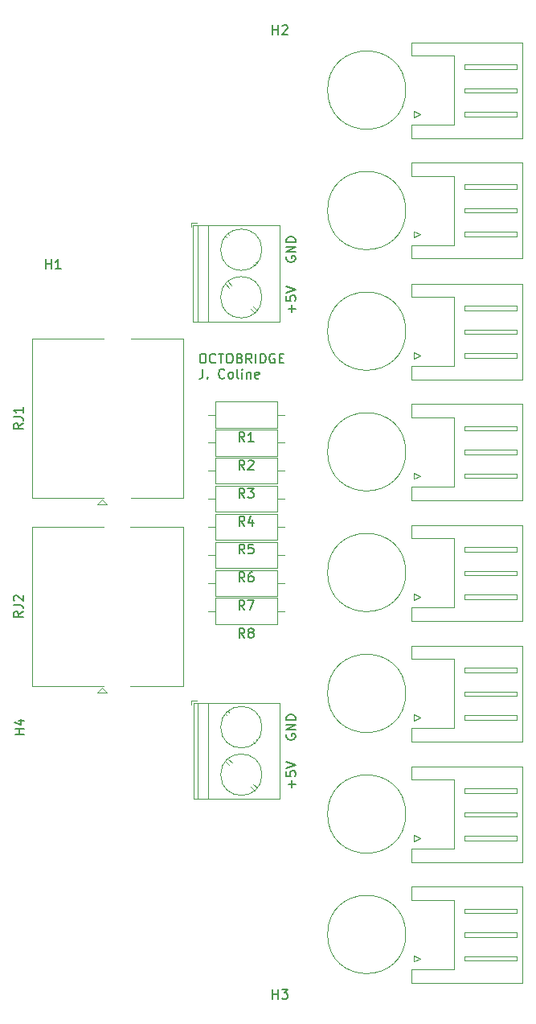
<source format=gbr>
%TF.GenerationSoftware,KiCad,Pcbnew,7.0.2*%
%TF.CreationDate,2023-05-20T11:27:23+02:00*%
%TF.ProjectId,octostrip,6f63746f-7374-4726-9970-2e6b69636164,rev?*%
%TF.SameCoordinates,Original*%
%TF.FileFunction,Legend,Top*%
%TF.FilePolarity,Positive*%
%FSLAX46Y46*%
G04 Gerber Fmt 4.6, Leading zero omitted, Abs format (unit mm)*
G04 Created by KiCad (PCBNEW 7.0.2) date 2023-05-20 11:27:23*
%MOMM*%
%LPD*%
G01*
G04 APERTURE LIST*
%ADD10C,0.150000*%
%ADD11C,0.120000*%
G04 APERTURE END LIST*
D10*
X82554666Y-80533904D02*
X82554666Y-79772000D01*
X82935619Y-80152952D02*
X82173714Y-80152952D01*
X81935619Y-78819619D02*
X81935619Y-79295809D01*
X81935619Y-79295809D02*
X82411809Y-79343428D01*
X82411809Y-79343428D02*
X82364190Y-79295809D01*
X82364190Y-79295809D02*
X82316571Y-79200571D01*
X82316571Y-79200571D02*
X82316571Y-78962476D01*
X82316571Y-78962476D02*
X82364190Y-78867238D01*
X82364190Y-78867238D02*
X82411809Y-78819619D01*
X82411809Y-78819619D02*
X82507047Y-78772000D01*
X82507047Y-78772000D02*
X82745142Y-78772000D01*
X82745142Y-78772000D02*
X82840380Y-78819619D01*
X82840380Y-78819619D02*
X82888000Y-78867238D01*
X82888000Y-78867238D02*
X82935619Y-78962476D01*
X82935619Y-78962476D02*
X82935619Y-79200571D01*
X82935619Y-79200571D02*
X82888000Y-79295809D01*
X82888000Y-79295809D02*
X82840380Y-79343428D01*
X81935619Y-78486285D02*
X82935619Y-78152952D01*
X82935619Y-78152952D02*
X81935619Y-77819619D01*
X81983238Y-74676095D02*
X81935619Y-74771333D01*
X81935619Y-74771333D02*
X81935619Y-74914190D01*
X81935619Y-74914190D02*
X81983238Y-75057047D01*
X81983238Y-75057047D02*
X82078476Y-75152285D01*
X82078476Y-75152285D02*
X82173714Y-75199904D01*
X82173714Y-75199904D02*
X82364190Y-75247523D01*
X82364190Y-75247523D02*
X82507047Y-75247523D01*
X82507047Y-75247523D02*
X82697523Y-75199904D01*
X82697523Y-75199904D02*
X82792761Y-75152285D01*
X82792761Y-75152285D02*
X82888000Y-75057047D01*
X82888000Y-75057047D02*
X82935619Y-74914190D01*
X82935619Y-74914190D02*
X82935619Y-74818952D01*
X82935619Y-74818952D02*
X82888000Y-74676095D01*
X82888000Y-74676095D02*
X82840380Y-74628476D01*
X82840380Y-74628476D02*
X82507047Y-74628476D01*
X82507047Y-74628476D02*
X82507047Y-74818952D01*
X82935619Y-74199904D02*
X81935619Y-74199904D01*
X81935619Y-74199904D02*
X82935619Y-73628476D01*
X82935619Y-73628476D02*
X81935619Y-73628476D01*
X82935619Y-73152285D02*
X81935619Y-73152285D01*
X81935619Y-73152285D02*
X81935619Y-72914190D01*
X81935619Y-72914190D02*
X81983238Y-72771333D01*
X81983238Y-72771333D02*
X82078476Y-72676095D01*
X82078476Y-72676095D02*
X82173714Y-72628476D01*
X82173714Y-72628476D02*
X82364190Y-72580857D01*
X82364190Y-72580857D02*
X82507047Y-72580857D01*
X82507047Y-72580857D02*
X82697523Y-72628476D01*
X82697523Y-72628476D02*
X82792761Y-72676095D01*
X82792761Y-72676095D02*
X82888000Y-72771333D01*
X82888000Y-72771333D02*
X82935619Y-72914190D01*
X82935619Y-72914190D02*
X82935619Y-73152285D01*
X81983238Y-124968095D02*
X81935619Y-125063333D01*
X81935619Y-125063333D02*
X81935619Y-125206190D01*
X81935619Y-125206190D02*
X81983238Y-125349047D01*
X81983238Y-125349047D02*
X82078476Y-125444285D01*
X82078476Y-125444285D02*
X82173714Y-125491904D01*
X82173714Y-125491904D02*
X82364190Y-125539523D01*
X82364190Y-125539523D02*
X82507047Y-125539523D01*
X82507047Y-125539523D02*
X82697523Y-125491904D01*
X82697523Y-125491904D02*
X82792761Y-125444285D01*
X82792761Y-125444285D02*
X82888000Y-125349047D01*
X82888000Y-125349047D02*
X82935619Y-125206190D01*
X82935619Y-125206190D02*
X82935619Y-125110952D01*
X82935619Y-125110952D02*
X82888000Y-124968095D01*
X82888000Y-124968095D02*
X82840380Y-124920476D01*
X82840380Y-124920476D02*
X82507047Y-124920476D01*
X82507047Y-124920476D02*
X82507047Y-125110952D01*
X82935619Y-124491904D02*
X81935619Y-124491904D01*
X81935619Y-124491904D02*
X82935619Y-123920476D01*
X82935619Y-123920476D02*
X81935619Y-123920476D01*
X82935619Y-123444285D02*
X81935619Y-123444285D01*
X81935619Y-123444285D02*
X81935619Y-123206190D01*
X81935619Y-123206190D02*
X81983238Y-123063333D01*
X81983238Y-123063333D02*
X82078476Y-122968095D01*
X82078476Y-122968095D02*
X82173714Y-122920476D01*
X82173714Y-122920476D02*
X82364190Y-122872857D01*
X82364190Y-122872857D02*
X82507047Y-122872857D01*
X82507047Y-122872857D02*
X82697523Y-122920476D01*
X82697523Y-122920476D02*
X82792761Y-122968095D01*
X82792761Y-122968095D02*
X82888000Y-123063333D01*
X82888000Y-123063333D02*
X82935619Y-123206190D01*
X82935619Y-123206190D02*
X82935619Y-123444285D01*
X73072571Y-84887619D02*
X73263047Y-84887619D01*
X73263047Y-84887619D02*
X73358285Y-84935238D01*
X73358285Y-84935238D02*
X73453523Y-85030476D01*
X73453523Y-85030476D02*
X73501142Y-85220952D01*
X73501142Y-85220952D02*
X73501142Y-85554285D01*
X73501142Y-85554285D02*
X73453523Y-85744761D01*
X73453523Y-85744761D02*
X73358285Y-85840000D01*
X73358285Y-85840000D02*
X73263047Y-85887619D01*
X73263047Y-85887619D02*
X73072571Y-85887619D01*
X73072571Y-85887619D02*
X72977333Y-85840000D01*
X72977333Y-85840000D02*
X72882095Y-85744761D01*
X72882095Y-85744761D02*
X72834476Y-85554285D01*
X72834476Y-85554285D02*
X72834476Y-85220952D01*
X72834476Y-85220952D02*
X72882095Y-85030476D01*
X72882095Y-85030476D02*
X72977333Y-84935238D01*
X72977333Y-84935238D02*
X73072571Y-84887619D01*
X74501142Y-85792380D02*
X74453523Y-85840000D01*
X74453523Y-85840000D02*
X74310666Y-85887619D01*
X74310666Y-85887619D02*
X74215428Y-85887619D01*
X74215428Y-85887619D02*
X74072571Y-85840000D01*
X74072571Y-85840000D02*
X73977333Y-85744761D01*
X73977333Y-85744761D02*
X73929714Y-85649523D01*
X73929714Y-85649523D02*
X73882095Y-85459047D01*
X73882095Y-85459047D02*
X73882095Y-85316190D01*
X73882095Y-85316190D02*
X73929714Y-85125714D01*
X73929714Y-85125714D02*
X73977333Y-85030476D01*
X73977333Y-85030476D02*
X74072571Y-84935238D01*
X74072571Y-84935238D02*
X74215428Y-84887619D01*
X74215428Y-84887619D02*
X74310666Y-84887619D01*
X74310666Y-84887619D02*
X74453523Y-84935238D01*
X74453523Y-84935238D02*
X74501142Y-84982857D01*
X74786857Y-84887619D02*
X75358285Y-84887619D01*
X75072571Y-85887619D02*
X75072571Y-84887619D01*
X75882095Y-84887619D02*
X76072571Y-84887619D01*
X76072571Y-84887619D02*
X76167809Y-84935238D01*
X76167809Y-84935238D02*
X76263047Y-85030476D01*
X76263047Y-85030476D02*
X76310666Y-85220952D01*
X76310666Y-85220952D02*
X76310666Y-85554285D01*
X76310666Y-85554285D02*
X76263047Y-85744761D01*
X76263047Y-85744761D02*
X76167809Y-85840000D01*
X76167809Y-85840000D02*
X76072571Y-85887619D01*
X76072571Y-85887619D02*
X75882095Y-85887619D01*
X75882095Y-85887619D02*
X75786857Y-85840000D01*
X75786857Y-85840000D02*
X75691619Y-85744761D01*
X75691619Y-85744761D02*
X75644000Y-85554285D01*
X75644000Y-85554285D02*
X75644000Y-85220952D01*
X75644000Y-85220952D02*
X75691619Y-85030476D01*
X75691619Y-85030476D02*
X75786857Y-84935238D01*
X75786857Y-84935238D02*
X75882095Y-84887619D01*
X77072571Y-85363809D02*
X77215428Y-85411428D01*
X77215428Y-85411428D02*
X77263047Y-85459047D01*
X77263047Y-85459047D02*
X77310666Y-85554285D01*
X77310666Y-85554285D02*
X77310666Y-85697142D01*
X77310666Y-85697142D02*
X77263047Y-85792380D01*
X77263047Y-85792380D02*
X77215428Y-85840000D01*
X77215428Y-85840000D02*
X77120190Y-85887619D01*
X77120190Y-85887619D02*
X76739238Y-85887619D01*
X76739238Y-85887619D02*
X76739238Y-84887619D01*
X76739238Y-84887619D02*
X77072571Y-84887619D01*
X77072571Y-84887619D02*
X77167809Y-84935238D01*
X77167809Y-84935238D02*
X77215428Y-84982857D01*
X77215428Y-84982857D02*
X77263047Y-85078095D01*
X77263047Y-85078095D02*
X77263047Y-85173333D01*
X77263047Y-85173333D02*
X77215428Y-85268571D01*
X77215428Y-85268571D02*
X77167809Y-85316190D01*
X77167809Y-85316190D02*
X77072571Y-85363809D01*
X77072571Y-85363809D02*
X76739238Y-85363809D01*
X78310666Y-85887619D02*
X77977333Y-85411428D01*
X77739238Y-85887619D02*
X77739238Y-84887619D01*
X77739238Y-84887619D02*
X78120190Y-84887619D01*
X78120190Y-84887619D02*
X78215428Y-84935238D01*
X78215428Y-84935238D02*
X78263047Y-84982857D01*
X78263047Y-84982857D02*
X78310666Y-85078095D01*
X78310666Y-85078095D02*
X78310666Y-85220952D01*
X78310666Y-85220952D02*
X78263047Y-85316190D01*
X78263047Y-85316190D02*
X78215428Y-85363809D01*
X78215428Y-85363809D02*
X78120190Y-85411428D01*
X78120190Y-85411428D02*
X77739238Y-85411428D01*
X78739238Y-85887619D02*
X78739238Y-84887619D01*
X79215428Y-85887619D02*
X79215428Y-84887619D01*
X79215428Y-84887619D02*
X79453523Y-84887619D01*
X79453523Y-84887619D02*
X79596380Y-84935238D01*
X79596380Y-84935238D02*
X79691618Y-85030476D01*
X79691618Y-85030476D02*
X79739237Y-85125714D01*
X79739237Y-85125714D02*
X79786856Y-85316190D01*
X79786856Y-85316190D02*
X79786856Y-85459047D01*
X79786856Y-85459047D02*
X79739237Y-85649523D01*
X79739237Y-85649523D02*
X79691618Y-85744761D01*
X79691618Y-85744761D02*
X79596380Y-85840000D01*
X79596380Y-85840000D02*
X79453523Y-85887619D01*
X79453523Y-85887619D02*
X79215428Y-85887619D01*
X80739237Y-84935238D02*
X80643999Y-84887619D01*
X80643999Y-84887619D02*
X80501142Y-84887619D01*
X80501142Y-84887619D02*
X80358285Y-84935238D01*
X80358285Y-84935238D02*
X80263047Y-85030476D01*
X80263047Y-85030476D02*
X80215428Y-85125714D01*
X80215428Y-85125714D02*
X80167809Y-85316190D01*
X80167809Y-85316190D02*
X80167809Y-85459047D01*
X80167809Y-85459047D02*
X80215428Y-85649523D01*
X80215428Y-85649523D02*
X80263047Y-85744761D01*
X80263047Y-85744761D02*
X80358285Y-85840000D01*
X80358285Y-85840000D02*
X80501142Y-85887619D01*
X80501142Y-85887619D02*
X80596380Y-85887619D01*
X80596380Y-85887619D02*
X80739237Y-85840000D01*
X80739237Y-85840000D02*
X80786856Y-85792380D01*
X80786856Y-85792380D02*
X80786856Y-85459047D01*
X80786856Y-85459047D02*
X80596380Y-85459047D01*
X81215428Y-85363809D02*
X81548761Y-85363809D01*
X81691618Y-85887619D02*
X81215428Y-85887619D01*
X81215428Y-85887619D02*
X81215428Y-84887619D01*
X81215428Y-84887619D02*
X81691618Y-84887619D01*
X73167809Y-86507619D02*
X73167809Y-87221904D01*
X73167809Y-87221904D02*
X73120190Y-87364761D01*
X73120190Y-87364761D02*
X73024952Y-87460000D01*
X73024952Y-87460000D02*
X72882095Y-87507619D01*
X72882095Y-87507619D02*
X72786857Y-87507619D01*
X73644000Y-87412380D02*
X73691619Y-87460000D01*
X73691619Y-87460000D02*
X73644000Y-87507619D01*
X73644000Y-87507619D02*
X73596381Y-87460000D01*
X73596381Y-87460000D02*
X73644000Y-87412380D01*
X73644000Y-87412380D02*
X73644000Y-87507619D01*
X75453523Y-87412380D02*
X75405904Y-87460000D01*
X75405904Y-87460000D02*
X75263047Y-87507619D01*
X75263047Y-87507619D02*
X75167809Y-87507619D01*
X75167809Y-87507619D02*
X75024952Y-87460000D01*
X75024952Y-87460000D02*
X74929714Y-87364761D01*
X74929714Y-87364761D02*
X74882095Y-87269523D01*
X74882095Y-87269523D02*
X74834476Y-87079047D01*
X74834476Y-87079047D02*
X74834476Y-86936190D01*
X74834476Y-86936190D02*
X74882095Y-86745714D01*
X74882095Y-86745714D02*
X74929714Y-86650476D01*
X74929714Y-86650476D02*
X75024952Y-86555238D01*
X75024952Y-86555238D02*
X75167809Y-86507619D01*
X75167809Y-86507619D02*
X75263047Y-86507619D01*
X75263047Y-86507619D02*
X75405904Y-86555238D01*
X75405904Y-86555238D02*
X75453523Y-86602857D01*
X76024952Y-87507619D02*
X75929714Y-87460000D01*
X75929714Y-87460000D02*
X75882095Y-87412380D01*
X75882095Y-87412380D02*
X75834476Y-87317142D01*
X75834476Y-87317142D02*
X75834476Y-87031428D01*
X75834476Y-87031428D02*
X75882095Y-86936190D01*
X75882095Y-86936190D02*
X75929714Y-86888571D01*
X75929714Y-86888571D02*
X76024952Y-86840952D01*
X76024952Y-86840952D02*
X76167809Y-86840952D01*
X76167809Y-86840952D02*
X76263047Y-86888571D01*
X76263047Y-86888571D02*
X76310666Y-86936190D01*
X76310666Y-86936190D02*
X76358285Y-87031428D01*
X76358285Y-87031428D02*
X76358285Y-87317142D01*
X76358285Y-87317142D02*
X76310666Y-87412380D01*
X76310666Y-87412380D02*
X76263047Y-87460000D01*
X76263047Y-87460000D02*
X76167809Y-87507619D01*
X76167809Y-87507619D02*
X76024952Y-87507619D01*
X76929714Y-87507619D02*
X76834476Y-87460000D01*
X76834476Y-87460000D02*
X76786857Y-87364761D01*
X76786857Y-87364761D02*
X76786857Y-86507619D01*
X77310667Y-87507619D02*
X77310667Y-86840952D01*
X77310667Y-86507619D02*
X77263048Y-86555238D01*
X77263048Y-86555238D02*
X77310667Y-86602857D01*
X77310667Y-86602857D02*
X77358286Y-86555238D01*
X77358286Y-86555238D02*
X77310667Y-86507619D01*
X77310667Y-86507619D02*
X77310667Y-86602857D01*
X77786857Y-86840952D02*
X77786857Y-87507619D01*
X77786857Y-86936190D02*
X77834476Y-86888571D01*
X77834476Y-86888571D02*
X77929714Y-86840952D01*
X77929714Y-86840952D02*
X78072571Y-86840952D01*
X78072571Y-86840952D02*
X78167809Y-86888571D01*
X78167809Y-86888571D02*
X78215428Y-86983809D01*
X78215428Y-86983809D02*
X78215428Y-87507619D01*
X79072571Y-87460000D02*
X78977333Y-87507619D01*
X78977333Y-87507619D02*
X78786857Y-87507619D01*
X78786857Y-87507619D02*
X78691619Y-87460000D01*
X78691619Y-87460000D02*
X78644000Y-87364761D01*
X78644000Y-87364761D02*
X78644000Y-86983809D01*
X78644000Y-86983809D02*
X78691619Y-86888571D01*
X78691619Y-86888571D02*
X78786857Y-86840952D01*
X78786857Y-86840952D02*
X78977333Y-86840952D01*
X78977333Y-86840952D02*
X79072571Y-86888571D01*
X79072571Y-86888571D02*
X79120190Y-86983809D01*
X79120190Y-86983809D02*
X79120190Y-87079047D01*
X79120190Y-87079047D02*
X78644000Y-87174285D01*
X82554666Y-130571904D02*
X82554666Y-129810000D01*
X82935619Y-130190952D02*
X82173714Y-130190952D01*
X81935619Y-128857619D02*
X81935619Y-129333809D01*
X81935619Y-129333809D02*
X82411809Y-129381428D01*
X82411809Y-129381428D02*
X82364190Y-129333809D01*
X82364190Y-129333809D02*
X82316571Y-129238571D01*
X82316571Y-129238571D02*
X82316571Y-129000476D01*
X82316571Y-129000476D02*
X82364190Y-128905238D01*
X82364190Y-128905238D02*
X82411809Y-128857619D01*
X82411809Y-128857619D02*
X82507047Y-128810000D01*
X82507047Y-128810000D02*
X82745142Y-128810000D01*
X82745142Y-128810000D02*
X82840380Y-128857619D01*
X82840380Y-128857619D02*
X82888000Y-128905238D01*
X82888000Y-128905238D02*
X82935619Y-129000476D01*
X82935619Y-129000476D02*
X82935619Y-129238571D01*
X82935619Y-129238571D02*
X82888000Y-129333809D01*
X82888000Y-129333809D02*
X82840380Y-129381428D01*
X81935619Y-128524285D02*
X82935619Y-128190952D01*
X82935619Y-128190952D02*
X81935619Y-127857619D01*
%TO.C,RJ2*%
X54210619Y-112047619D02*
X53734428Y-112380952D01*
X54210619Y-112619047D02*
X53210619Y-112619047D01*
X53210619Y-112619047D02*
X53210619Y-112238095D01*
X53210619Y-112238095D02*
X53258238Y-112142857D01*
X53258238Y-112142857D02*
X53305857Y-112095238D01*
X53305857Y-112095238D02*
X53401095Y-112047619D01*
X53401095Y-112047619D02*
X53543952Y-112047619D01*
X53543952Y-112047619D02*
X53639190Y-112095238D01*
X53639190Y-112095238D02*
X53686809Y-112142857D01*
X53686809Y-112142857D02*
X53734428Y-112238095D01*
X53734428Y-112238095D02*
X53734428Y-112619047D01*
X53210619Y-111333333D02*
X53924904Y-111333333D01*
X53924904Y-111333333D02*
X54067761Y-111380952D01*
X54067761Y-111380952D02*
X54163000Y-111476190D01*
X54163000Y-111476190D02*
X54210619Y-111619047D01*
X54210619Y-111619047D02*
X54210619Y-111714285D01*
X53305857Y-110904761D02*
X53258238Y-110857142D01*
X53258238Y-110857142D02*
X53210619Y-110761904D01*
X53210619Y-110761904D02*
X53210619Y-110523809D01*
X53210619Y-110523809D02*
X53258238Y-110428571D01*
X53258238Y-110428571D02*
X53305857Y-110380952D01*
X53305857Y-110380952D02*
X53401095Y-110333333D01*
X53401095Y-110333333D02*
X53496333Y-110333333D01*
X53496333Y-110333333D02*
X53639190Y-110380952D01*
X53639190Y-110380952D02*
X54210619Y-110952380D01*
X54210619Y-110952380D02*
X54210619Y-110333333D01*
%TO.C,H2*%
X80518095Y-51318619D02*
X80518095Y-50318619D01*
X80518095Y-50794809D02*
X81089523Y-50794809D01*
X81089523Y-51318619D02*
X81089523Y-50318619D01*
X81518095Y-50413857D02*
X81565714Y-50366238D01*
X81565714Y-50366238D02*
X81660952Y-50318619D01*
X81660952Y-50318619D02*
X81899047Y-50318619D01*
X81899047Y-50318619D02*
X81994285Y-50366238D01*
X81994285Y-50366238D02*
X82041904Y-50413857D01*
X82041904Y-50413857D02*
X82089523Y-50509095D01*
X82089523Y-50509095D02*
X82089523Y-50604333D01*
X82089523Y-50604333D02*
X82041904Y-50747190D01*
X82041904Y-50747190D02*
X81470476Y-51318619D01*
X81470476Y-51318619D02*
X82089523Y-51318619D01*
%TO.C,H3*%
X80518095Y-152806619D02*
X80518095Y-151806619D01*
X80518095Y-152282809D02*
X81089523Y-152282809D01*
X81089523Y-152806619D02*
X81089523Y-151806619D01*
X81470476Y-151806619D02*
X82089523Y-151806619D01*
X82089523Y-151806619D02*
X81756190Y-152187571D01*
X81756190Y-152187571D02*
X81899047Y-152187571D01*
X81899047Y-152187571D02*
X81994285Y-152235190D01*
X81994285Y-152235190D02*
X82041904Y-152282809D01*
X82041904Y-152282809D02*
X82089523Y-152378047D01*
X82089523Y-152378047D02*
X82089523Y-152616142D01*
X82089523Y-152616142D02*
X82041904Y-152711380D01*
X82041904Y-152711380D02*
X81994285Y-152759000D01*
X81994285Y-152759000D02*
X81899047Y-152806619D01*
X81899047Y-152806619D02*
X81613333Y-152806619D01*
X81613333Y-152806619D02*
X81518095Y-152759000D01*
X81518095Y-152759000D02*
X81470476Y-152711380D01*
%TO.C,R5*%
X77557333Y-105956619D02*
X77224000Y-105480428D01*
X76985905Y-105956619D02*
X76985905Y-104956619D01*
X76985905Y-104956619D02*
X77366857Y-104956619D01*
X77366857Y-104956619D02*
X77462095Y-105004238D01*
X77462095Y-105004238D02*
X77509714Y-105051857D01*
X77509714Y-105051857D02*
X77557333Y-105147095D01*
X77557333Y-105147095D02*
X77557333Y-105289952D01*
X77557333Y-105289952D02*
X77509714Y-105385190D01*
X77509714Y-105385190D02*
X77462095Y-105432809D01*
X77462095Y-105432809D02*
X77366857Y-105480428D01*
X77366857Y-105480428D02*
X76985905Y-105480428D01*
X78462095Y-104956619D02*
X77985905Y-104956619D01*
X77985905Y-104956619D02*
X77938286Y-105432809D01*
X77938286Y-105432809D02*
X77985905Y-105385190D01*
X77985905Y-105385190D02*
X78081143Y-105337571D01*
X78081143Y-105337571D02*
X78319238Y-105337571D01*
X78319238Y-105337571D02*
X78414476Y-105385190D01*
X78414476Y-105385190D02*
X78462095Y-105432809D01*
X78462095Y-105432809D02*
X78509714Y-105528047D01*
X78509714Y-105528047D02*
X78509714Y-105766142D01*
X78509714Y-105766142D02*
X78462095Y-105861380D01*
X78462095Y-105861380D02*
X78414476Y-105909000D01*
X78414476Y-105909000D02*
X78319238Y-105956619D01*
X78319238Y-105956619D02*
X78081143Y-105956619D01*
X78081143Y-105956619D02*
X77985905Y-105909000D01*
X77985905Y-105909000D02*
X77938286Y-105861380D01*
%TO.C,R6*%
X77557333Y-108906619D02*
X77224000Y-108430428D01*
X76985905Y-108906619D02*
X76985905Y-107906619D01*
X76985905Y-107906619D02*
X77366857Y-107906619D01*
X77366857Y-107906619D02*
X77462095Y-107954238D01*
X77462095Y-107954238D02*
X77509714Y-108001857D01*
X77509714Y-108001857D02*
X77557333Y-108097095D01*
X77557333Y-108097095D02*
X77557333Y-108239952D01*
X77557333Y-108239952D02*
X77509714Y-108335190D01*
X77509714Y-108335190D02*
X77462095Y-108382809D01*
X77462095Y-108382809D02*
X77366857Y-108430428D01*
X77366857Y-108430428D02*
X76985905Y-108430428D01*
X78414476Y-107906619D02*
X78224000Y-107906619D01*
X78224000Y-107906619D02*
X78128762Y-107954238D01*
X78128762Y-107954238D02*
X78081143Y-108001857D01*
X78081143Y-108001857D02*
X77985905Y-108144714D01*
X77985905Y-108144714D02*
X77938286Y-108335190D01*
X77938286Y-108335190D02*
X77938286Y-108716142D01*
X77938286Y-108716142D02*
X77985905Y-108811380D01*
X77985905Y-108811380D02*
X78033524Y-108859000D01*
X78033524Y-108859000D02*
X78128762Y-108906619D01*
X78128762Y-108906619D02*
X78319238Y-108906619D01*
X78319238Y-108906619D02*
X78414476Y-108859000D01*
X78414476Y-108859000D02*
X78462095Y-108811380D01*
X78462095Y-108811380D02*
X78509714Y-108716142D01*
X78509714Y-108716142D02*
X78509714Y-108478047D01*
X78509714Y-108478047D02*
X78462095Y-108382809D01*
X78462095Y-108382809D02*
X78414476Y-108335190D01*
X78414476Y-108335190D02*
X78319238Y-108287571D01*
X78319238Y-108287571D02*
X78128762Y-108287571D01*
X78128762Y-108287571D02*
X78033524Y-108335190D01*
X78033524Y-108335190D02*
X77985905Y-108382809D01*
X77985905Y-108382809D02*
X77938286Y-108478047D01*
%TO.C,R2*%
X77557333Y-97106619D02*
X77224000Y-96630428D01*
X76985905Y-97106619D02*
X76985905Y-96106619D01*
X76985905Y-96106619D02*
X77366857Y-96106619D01*
X77366857Y-96106619D02*
X77462095Y-96154238D01*
X77462095Y-96154238D02*
X77509714Y-96201857D01*
X77509714Y-96201857D02*
X77557333Y-96297095D01*
X77557333Y-96297095D02*
X77557333Y-96439952D01*
X77557333Y-96439952D02*
X77509714Y-96535190D01*
X77509714Y-96535190D02*
X77462095Y-96582809D01*
X77462095Y-96582809D02*
X77366857Y-96630428D01*
X77366857Y-96630428D02*
X76985905Y-96630428D01*
X77938286Y-96201857D02*
X77985905Y-96154238D01*
X77985905Y-96154238D02*
X78081143Y-96106619D01*
X78081143Y-96106619D02*
X78319238Y-96106619D01*
X78319238Y-96106619D02*
X78414476Y-96154238D01*
X78414476Y-96154238D02*
X78462095Y-96201857D01*
X78462095Y-96201857D02*
X78509714Y-96297095D01*
X78509714Y-96297095D02*
X78509714Y-96392333D01*
X78509714Y-96392333D02*
X78462095Y-96535190D01*
X78462095Y-96535190D02*
X77890667Y-97106619D01*
X77890667Y-97106619D02*
X78509714Y-97106619D01*
%TO.C,R4*%
X77557333Y-103006619D02*
X77224000Y-102530428D01*
X76985905Y-103006619D02*
X76985905Y-102006619D01*
X76985905Y-102006619D02*
X77366857Y-102006619D01*
X77366857Y-102006619D02*
X77462095Y-102054238D01*
X77462095Y-102054238D02*
X77509714Y-102101857D01*
X77509714Y-102101857D02*
X77557333Y-102197095D01*
X77557333Y-102197095D02*
X77557333Y-102339952D01*
X77557333Y-102339952D02*
X77509714Y-102435190D01*
X77509714Y-102435190D02*
X77462095Y-102482809D01*
X77462095Y-102482809D02*
X77366857Y-102530428D01*
X77366857Y-102530428D02*
X76985905Y-102530428D01*
X78414476Y-102339952D02*
X78414476Y-103006619D01*
X78176381Y-101959000D02*
X77938286Y-102673285D01*
X77938286Y-102673285D02*
X78557333Y-102673285D01*
%TO.C,H1*%
X56642095Y-75956619D02*
X56642095Y-74956619D01*
X56642095Y-75432809D02*
X57213523Y-75432809D01*
X57213523Y-75956619D02*
X57213523Y-74956619D01*
X58213523Y-75956619D02*
X57642095Y-75956619D01*
X57927809Y-75956619D02*
X57927809Y-74956619D01*
X57927809Y-74956619D02*
X57832571Y-75099476D01*
X57832571Y-75099476D02*
X57737333Y-75194714D01*
X57737333Y-75194714D02*
X57642095Y-75242333D01*
%TO.C,R1*%
X77557333Y-94156619D02*
X77224000Y-93680428D01*
X76985905Y-94156619D02*
X76985905Y-93156619D01*
X76985905Y-93156619D02*
X77366857Y-93156619D01*
X77366857Y-93156619D02*
X77462095Y-93204238D01*
X77462095Y-93204238D02*
X77509714Y-93251857D01*
X77509714Y-93251857D02*
X77557333Y-93347095D01*
X77557333Y-93347095D02*
X77557333Y-93489952D01*
X77557333Y-93489952D02*
X77509714Y-93585190D01*
X77509714Y-93585190D02*
X77462095Y-93632809D01*
X77462095Y-93632809D02*
X77366857Y-93680428D01*
X77366857Y-93680428D02*
X76985905Y-93680428D01*
X78509714Y-94156619D02*
X77938286Y-94156619D01*
X78224000Y-94156619D02*
X78224000Y-93156619D01*
X78224000Y-93156619D02*
X78128762Y-93299476D01*
X78128762Y-93299476D02*
X78033524Y-93394714D01*
X78033524Y-93394714D02*
X77938286Y-93442333D01*
%TO.C,R7*%
X77557333Y-111856619D02*
X77224000Y-111380428D01*
X76985905Y-111856619D02*
X76985905Y-110856619D01*
X76985905Y-110856619D02*
X77366857Y-110856619D01*
X77366857Y-110856619D02*
X77462095Y-110904238D01*
X77462095Y-110904238D02*
X77509714Y-110951857D01*
X77509714Y-110951857D02*
X77557333Y-111047095D01*
X77557333Y-111047095D02*
X77557333Y-111189952D01*
X77557333Y-111189952D02*
X77509714Y-111285190D01*
X77509714Y-111285190D02*
X77462095Y-111332809D01*
X77462095Y-111332809D02*
X77366857Y-111380428D01*
X77366857Y-111380428D02*
X76985905Y-111380428D01*
X77890667Y-110856619D02*
X78557333Y-110856619D01*
X78557333Y-110856619D02*
X78128762Y-111856619D01*
%TO.C,R8*%
X77557333Y-114806619D02*
X77224000Y-114330428D01*
X76985905Y-114806619D02*
X76985905Y-113806619D01*
X76985905Y-113806619D02*
X77366857Y-113806619D01*
X77366857Y-113806619D02*
X77462095Y-113854238D01*
X77462095Y-113854238D02*
X77509714Y-113901857D01*
X77509714Y-113901857D02*
X77557333Y-113997095D01*
X77557333Y-113997095D02*
X77557333Y-114139952D01*
X77557333Y-114139952D02*
X77509714Y-114235190D01*
X77509714Y-114235190D02*
X77462095Y-114282809D01*
X77462095Y-114282809D02*
X77366857Y-114330428D01*
X77366857Y-114330428D02*
X76985905Y-114330428D01*
X78128762Y-114235190D02*
X78033524Y-114187571D01*
X78033524Y-114187571D02*
X77985905Y-114139952D01*
X77985905Y-114139952D02*
X77938286Y-114044714D01*
X77938286Y-114044714D02*
X77938286Y-113997095D01*
X77938286Y-113997095D02*
X77985905Y-113901857D01*
X77985905Y-113901857D02*
X78033524Y-113854238D01*
X78033524Y-113854238D02*
X78128762Y-113806619D01*
X78128762Y-113806619D02*
X78319238Y-113806619D01*
X78319238Y-113806619D02*
X78414476Y-113854238D01*
X78414476Y-113854238D02*
X78462095Y-113901857D01*
X78462095Y-113901857D02*
X78509714Y-113997095D01*
X78509714Y-113997095D02*
X78509714Y-114044714D01*
X78509714Y-114044714D02*
X78462095Y-114139952D01*
X78462095Y-114139952D02*
X78414476Y-114187571D01*
X78414476Y-114187571D02*
X78319238Y-114235190D01*
X78319238Y-114235190D02*
X78128762Y-114235190D01*
X78128762Y-114235190D02*
X78033524Y-114282809D01*
X78033524Y-114282809D02*
X77985905Y-114330428D01*
X77985905Y-114330428D02*
X77938286Y-114425666D01*
X77938286Y-114425666D02*
X77938286Y-114616142D01*
X77938286Y-114616142D02*
X77985905Y-114711380D01*
X77985905Y-114711380D02*
X78033524Y-114759000D01*
X78033524Y-114759000D02*
X78128762Y-114806619D01*
X78128762Y-114806619D02*
X78319238Y-114806619D01*
X78319238Y-114806619D02*
X78414476Y-114759000D01*
X78414476Y-114759000D02*
X78462095Y-114711380D01*
X78462095Y-114711380D02*
X78509714Y-114616142D01*
X78509714Y-114616142D02*
X78509714Y-114425666D01*
X78509714Y-114425666D02*
X78462095Y-114330428D01*
X78462095Y-114330428D02*
X78414476Y-114282809D01*
X78414476Y-114282809D02*
X78319238Y-114235190D01*
%TO.C,R3*%
X77557333Y-100056619D02*
X77224000Y-99580428D01*
X76985905Y-100056619D02*
X76985905Y-99056619D01*
X76985905Y-99056619D02*
X77366857Y-99056619D01*
X77366857Y-99056619D02*
X77462095Y-99104238D01*
X77462095Y-99104238D02*
X77509714Y-99151857D01*
X77509714Y-99151857D02*
X77557333Y-99247095D01*
X77557333Y-99247095D02*
X77557333Y-99389952D01*
X77557333Y-99389952D02*
X77509714Y-99485190D01*
X77509714Y-99485190D02*
X77462095Y-99532809D01*
X77462095Y-99532809D02*
X77366857Y-99580428D01*
X77366857Y-99580428D02*
X76985905Y-99580428D01*
X77890667Y-99056619D02*
X78509714Y-99056619D01*
X78509714Y-99056619D02*
X78176381Y-99437571D01*
X78176381Y-99437571D02*
X78319238Y-99437571D01*
X78319238Y-99437571D02*
X78414476Y-99485190D01*
X78414476Y-99485190D02*
X78462095Y-99532809D01*
X78462095Y-99532809D02*
X78509714Y-99628047D01*
X78509714Y-99628047D02*
X78509714Y-99866142D01*
X78509714Y-99866142D02*
X78462095Y-99961380D01*
X78462095Y-99961380D02*
X78414476Y-100009000D01*
X78414476Y-100009000D02*
X78319238Y-100056619D01*
X78319238Y-100056619D02*
X78033524Y-100056619D01*
X78033524Y-100056619D02*
X77938286Y-100009000D01*
X77938286Y-100009000D02*
X77890667Y-99961380D01*
%TO.C,RJ1*%
X54212619Y-92239619D02*
X53736428Y-92572952D01*
X54212619Y-92811047D02*
X53212619Y-92811047D01*
X53212619Y-92811047D02*
X53212619Y-92430095D01*
X53212619Y-92430095D02*
X53260238Y-92334857D01*
X53260238Y-92334857D02*
X53307857Y-92287238D01*
X53307857Y-92287238D02*
X53403095Y-92239619D01*
X53403095Y-92239619D02*
X53545952Y-92239619D01*
X53545952Y-92239619D02*
X53641190Y-92287238D01*
X53641190Y-92287238D02*
X53688809Y-92334857D01*
X53688809Y-92334857D02*
X53736428Y-92430095D01*
X53736428Y-92430095D02*
X53736428Y-92811047D01*
X53212619Y-91525333D02*
X53926904Y-91525333D01*
X53926904Y-91525333D02*
X54069761Y-91572952D01*
X54069761Y-91572952D02*
X54165000Y-91668190D01*
X54165000Y-91668190D02*
X54212619Y-91811047D01*
X54212619Y-91811047D02*
X54212619Y-91906285D01*
X54212619Y-90525333D02*
X54212619Y-91096761D01*
X54212619Y-90811047D02*
X53212619Y-90811047D01*
X53212619Y-90811047D02*
X53355476Y-90906285D01*
X53355476Y-90906285D02*
X53450714Y-91001523D01*
X53450714Y-91001523D02*
X53498333Y-91096761D01*
%TO.C,H4*%
X54366619Y-124967904D02*
X53366619Y-124967904D01*
X53842809Y-124967904D02*
X53842809Y-124396476D01*
X54366619Y-124396476D02*
X53366619Y-124396476D01*
X53699952Y-123491714D02*
X54366619Y-123491714D01*
X53319000Y-123729809D02*
X54033285Y-123967904D01*
X54033285Y-123967904D02*
X54033285Y-123348857D01*
D11*
%TO.C,Power1*%
X72548000Y-71154000D02*
X71908000Y-71154000D01*
X71908000Y-71154000D02*
X71908000Y-71554000D01*
X81268000Y-71394000D02*
X72148000Y-71394000D01*
X81268000Y-71394000D02*
X81268000Y-81514000D01*
X73708000Y-71394000D02*
X73708000Y-81514000D01*
X72608000Y-71394000D02*
X72608000Y-81514000D01*
X72148000Y-71394000D02*
X72148000Y-81514000D01*
X75927000Y-72406000D02*
X75820000Y-72300000D01*
X75661000Y-72672000D02*
X75554000Y-72566000D01*
X78862000Y-75342000D02*
X78755000Y-75235000D01*
X78596000Y-75608000D02*
X78489000Y-75501000D01*
X76216000Y-77696000D02*
X75820000Y-77301000D01*
X75934000Y-77947000D02*
X75554000Y-77567000D01*
X78862000Y-80342000D02*
X78482000Y-79962000D01*
X78596000Y-80608000D02*
X78200000Y-80213000D01*
X81268000Y-81514000D02*
X72148000Y-81514000D01*
X79388000Y-73954000D02*
G75*
G03*
X79388000Y-73954000I-2180000J0D01*
G01*
X79388000Y-78954000D02*
G75*
G03*
X79388000Y-78954000I-2180000J0D01*
G01*
%TO.C,RJ2*%
X62048000Y-120560000D02*
X62548000Y-120060000D01*
X63048000Y-120560000D02*
X62048000Y-120560000D01*
X62548000Y-120060000D02*
X63048000Y-120560000D01*
X55138000Y-119865000D02*
X62748000Y-119865000D01*
X55138000Y-119865000D02*
X55138000Y-103135000D01*
X71108000Y-119865000D02*
X65548000Y-119865000D01*
X71108000Y-119865000D02*
X71108000Y-103135000D01*
X55138000Y-103135000D02*
X62748000Y-103135000D01*
X71108000Y-103135000D02*
X65548000Y-103135000D01*
%TO.C,Power2*%
X72556000Y-121406000D02*
X71916000Y-121406000D01*
X71916000Y-121406000D02*
X71916000Y-121806000D01*
X81276000Y-121646000D02*
X72156000Y-121646000D01*
X81276000Y-121646000D02*
X81276000Y-131766000D01*
X73716000Y-121646000D02*
X73716000Y-131766000D01*
X72616000Y-121646000D02*
X72616000Y-131766000D01*
X72156000Y-121646000D02*
X72156000Y-131766000D01*
X75935000Y-122658000D02*
X75828000Y-122552000D01*
X75669000Y-122924000D02*
X75562000Y-122818000D01*
X78870000Y-125594000D02*
X78763000Y-125487000D01*
X78604000Y-125860000D02*
X78497000Y-125753000D01*
X76224000Y-127948000D02*
X75828000Y-127553000D01*
X75942000Y-128199000D02*
X75562000Y-127819000D01*
X78870000Y-130594000D02*
X78490000Y-130214000D01*
X78604000Y-130860000D02*
X78208000Y-130465000D01*
X81276000Y-131766000D02*
X72156000Y-131766000D01*
X79396000Y-124206000D02*
G75*
G03*
X79396000Y-124206000I-2180000J0D01*
G01*
X79396000Y-129206000D02*
G75*
G03*
X79396000Y-129206000I-2180000J0D01*
G01*
%TO.C,C8*%
X94544000Y-146022000D02*
G75*
G03*
X94544000Y-146022000I-4120000J0D01*
G01*
%TO.C,C6*%
X94544000Y-120650000D02*
G75*
G03*
X94544000Y-120650000I-4120000J0D01*
G01*
%TO.C,R5*%
X81764000Y-103124000D02*
X80994000Y-103124000D01*
X80994000Y-104494000D02*
X80994000Y-101754000D01*
X80994000Y-101754000D02*
X74454000Y-101754000D01*
X74454000Y-104494000D02*
X80994000Y-104494000D01*
X74454000Y-101754000D02*
X74454000Y-104494000D01*
X73684000Y-103124000D02*
X74454000Y-103124000D01*
%TO.C,R6*%
X81764000Y-106074000D02*
X80994000Y-106074000D01*
X80994000Y-107444000D02*
X80994000Y-104704000D01*
X80994000Y-104704000D02*
X74454000Y-104704000D01*
X74454000Y-107444000D02*
X80994000Y-107444000D01*
X74454000Y-104704000D02*
X74454000Y-107444000D01*
X73684000Y-106074000D02*
X74454000Y-106074000D01*
%TO.C,STRIP6*%
X95126000Y-125750000D02*
X95126000Y-124330000D01*
X106846000Y-125750000D02*
X95126000Y-125750000D01*
X95126000Y-124330000D02*
X99626000Y-124330000D01*
X99626000Y-124330000D02*
X99626000Y-120690000D01*
X95436000Y-123490000D02*
X95436000Y-122890000D01*
X100736000Y-123440000D02*
X106236000Y-123440000D01*
X106236000Y-123440000D02*
X106236000Y-122940000D01*
X96036000Y-123190000D02*
X95436000Y-123490000D01*
X100736000Y-122940000D02*
X100736000Y-123440000D01*
X106236000Y-122940000D02*
X100736000Y-122940000D01*
X95436000Y-122890000D02*
X96036000Y-123190000D01*
X100736000Y-120940000D02*
X106236000Y-120940000D01*
X106236000Y-120940000D02*
X106236000Y-120440000D01*
X106846000Y-120690000D02*
X106846000Y-125750000D01*
X106846000Y-120690000D02*
X106846000Y-115630000D01*
X100736000Y-120440000D02*
X100736000Y-120940000D01*
X106236000Y-120440000D02*
X100736000Y-120440000D01*
X100736000Y-118440000D02*
X106236000Y-118440000D01*
X106236000Y-118440000D02*
X106236000Y-117940000D01*
X100736000Y-117940000D02*
X100736000Y-118440000D01*
X106236000Y-117940000D02*
X100736000Y-117940000D01*
X95126000Y-117050000D02*
X99626000Y-117050000D01*
X99626000Y-117050000D02*
X99626000Y-120690000D01*
X95126000Y-115630000D02*
X95126000Y-117050000D01*
X106846000Y-115630000D02*
X95126000Y-115630000D01*
%TO.C,R2*%
X81764000Y-94274000D02*
X80994000Y-94274000D01*
X80994000Y-95644000D02*
X80994000Y-92904000D01*
X80994000Y-92904000D02*
X74454000Y-92904000D01*
X74454000Y-95644000D02*
X80994000Y-95644000D01*
X74454000Y-92904000D02*
X74454000Y-95644000D01*
X73684000Y-94274000D02*
X74454000Y-94274000D01*
%TO.C,R4*%
X81764000Y-100174000D02*
X80994000Y-100174000D01*
X80994000Y-101544000D02*
X80994000Y-98804000D01*
X80994000Y-98804000D02*
X74454000Y-98804000D01*
X74454000Y-101544000D02*
X80994000Y-101544000D01*
X74454000Y-98804000D02*
X74454000Y-101544000D01*
X73684000Y-100174000D02*
X74454000Y-100174000D01*
%TO.C,C7*%
X94544000Y-133350000D02*
G75*
G03*
X94544000Y-133350000I-4120000J0D01*
G01*
%TO.C,C2*%
X94544000Y-69822000D02*
G75*
G03*
X94544000Y-69822000I-4120000J0D01*
G01*
%TO.C,C1*%
X94544000Y-57150000D02*
G75*
G03*
X94544000Y-57150000I-4120000J0D01*
G01*
%TO.C,STRIP4*%
X95126000Y-100310000D02*
X95126000Y-98890000D01*
X106846000Y-100310000D02*
X95126000Y-100310000D01*
X95126000Y-98890000D02*
X99626000Y-98890000D01*
X99626000Y-98890000D02*
X99626000Y-95250000D01*
X95436000Y-98050000D02*
X95436000Y-97450000D01*
X100736000Y-98000000D02*
X106236000Y-98000000D01*
X106236000Y-98000000D02*
X106236000Y-97500000D01*
X96036000Y-97750000D02*
X95436000Y-98050000D01*
X100736000Y-97500000D02*
X100736000Y-98000000D01*
X106236000Y-97500000D02*
X100736000Y-97500000D01*
X95436000Y-97450000D02*
X96036000Y-97750000D01*
X100736000Y-95500000D02*
X106236000Y-95500000D01*
X106236000Y-95500000D02*
X106236000Y-95000000D01*
X106846000Y-95250000D02*
X106846000Y-100310000D01*
X106846000Y-95250000D02*
X106846000Y-90190000D01*
X100736000Y-95000000D02*
X100736000Y-95500000D01*
X106236000Y-95000000D02*
X100736000Y-95000000D01*
X100736000Y-93000000D02*
X106236000Y-93000000D01*
X106236000Y-93000000D02*
X106236000Y-92500000D01*
X100736000Y-92500000D02*
X100736000Y-93000000D01*
X106236000Y-92500000D02*
X100736000Y-92500000D01*
X95126000Y-91610000D02*
X99626000Y-91610000D01*
X99626000Y-91610000D02*
X99626000Y-95250000D01*
X95126000Y-90190000D02*
X95126000Y-91610000D01*
X106846000Y-90190000D02*
X95126000Y-90190000D01*
%TO.C,R1*%
X81764000Y-91324000D02*
X80994000Y-91324000D01*
X80994000Y-92694000D02*
X80994000Y-89954000D01*
X80994000Y-89954000D02*
X74454000Y-89954000D01*
X74454000Y-92694000D02*
X80994000Y-92694000D01*
X74454000Y-89954000D02*
X74454000Y-92694000D01*
X73684000Y-91324000D02*
X74454000Y-91324000D01*
%TO.C,R7*%
X81764000Y-109024000D02*
X80994000Y-109024000D01*
X80994000Y-110394000D02*
X80994000Y-107654000D01*
X80994000Y-107654000D02*
X74454000Y-107654000D01*
X74454000Y-110394000D02*
X80994000Y-110394000D01*
X74454000Y-107654000D02*
X74454000Y-110394000D01*
X73684000Y-109024000D02*
X74454000Y-109024000D01*
%TO.C,STRIP5*%
X95126000Y-113050000D02*
X95126000Y-111630000D01*
X106846000Y-113050000D02*
X95126000Y-113050000D01*
X95126000Y-111630000D02*
X99626000Y-111630000D01*
X99626000Y-111630000D02*
X99626000Y-107990000D01*
X95436000Y-110790000D02*
X95436000Y-110190000D01*
X100736000Y-110740000D02*
X106236000Y-110740000D01*
X106236000Y-110740000D02*
X106236000Y-110240000D01*
X96036000Y-110490000D02*
X95436000Y-110790000D01*
X100736000Y-110240000D02*
X100736000Y-110740000D01*
X106236000Y-110240000D02*
X100736000Y-110240000D01*
X95436000Y-110190000D02*
X96036000Y-110490000D01*
X100736000Y-108240000D02*
X106236000Y-108240000D01*
X106236000Y-108240000D02*
X106236000Y-107740000D01*
X106846000Y-107990000D02*
X106846000Y-113050000D01*
X106846000Y-107990000D02*
X106846000Y-102930000D01*
X100736000Y-107740000D02*
X100736000Y-108240000D01*
X106236000Y-107740000D02*
X100736000Y-107740000D01*
X100736000Y-105740000D02*
X106236000Y-105740000D01*
X106236000Y-105740000D02*
X106236000Y-105240000D01*
X100736000Y-105240000D02*
X100736000Y-105740000D01*
X106236000Y-105240000D02*
X100736000Y-105240000D01*
X95126000Y-104350000D02*
X99626000Y-104350000D01*
X99626000Y-104350000D02*
X99626000Y-107990000D01*
X95126000Y-102930000D02*
X95126000Y-104350000D01*
X106846000Y-102930000D02*
X95126000Y-102930000D01*
%TO.C,STRIP2*%
X95126000Y-74870000D02*
X95126000Y-73450000D01*
X106846000Y-74870000D02*
X95126000Y-74870000D01*
X95126000Y-73450000D02*
X99626000Y-73450000D01*
X99626000Y-73450000D02*
X99626000Y-69810000D01*
X95436000Y-72610000D02*
X95436000Y-72010000D01*
X100736000Y-72560000D02*
X106236000Y-72560000D01*
X106236000Y-72560000D02*
X106236000Y-72060000D01*
X96036000Y-72310000D02*
X95436000Y-72610000D01*
X100736000Y-72060000D02*
X100736000Y-72560000D01*
X106236000Y-72060000D02*
X100736000Y-72060000D01*
X95436000Y-72010000D02*
X96036000Y-72310000D01*
X100736000Y-70060000D02*
X106236000Y-70060000D01*
X106236000Y-70060000D02*
X106236000Y-69560000D01*
X106846000Y-69810000D02*
X106846000Y-74870000D01*
X106846000Y-69810000D02*
X106846000Y-64750000D01*
X100736000Y-69560000D02*
X100736000Y-70060000D01*
X106236000Y-69560000D02*
X100736000Y-69560000D01*
X100736000Y-67560000D02*
X106236000Y-67560000D01*
X106236000Y-67560000D02*
X106236000Y-67060000D01*
X100736000Y-67060000D02*
X100736000Y-67560000D01*
X106236000Y-67060000D02*
X100736000Y-67060000D01*
X95126000Y-66170000D02*
X99626000Y-66170000D01*
X99626000Y-66170000D02*
X99626000Y-69810000D01*
X95126000Y-64750000D02*
X95126000Y-66170000D01*
X106846000Y-64750000D02*
X95126000Y-64750000D01*
%TO.C,R8*%
X81764000Y-111974000D02*
X80994000Y-111974000D01*
X80994000Y-113344000D02*
X80994000Y-110604000D01*
X80994000Y-110604000D02*
X74454000Y-110604000D01*
X74454000Y-113344000D02*
X80994000Y-113344000D01*
X74454000Y-110604000D02*
X74454000Y-113344000D01*
X73684000Y-111974000D02*
X74454000Y-111974000D01*
%TO.C,C3*%
X94544000Y-82522000D02*
G75*
G03*
X94544000Y-82522000I-4120000J0D01*
G01*
%TO.C,C4*%
X94544000Y-95222000D02*
G75*
G03*
X94544000Y-95222000I-4120000J0D01*
G01*
%TO.C,STRIP3*%
X95126000Y-87650000D02*
X95126000Y-86230000D01*
X106846000Y-87650000D02*
X95126000Y-87650000D01*
X95126000Y-86230000D02*
X99626000Y-86230000D01*
X99626000Y-86230000D02*
X99626000Y-82590000D01*
X95436000Y-85390000D02*
X95436000Y-84790000D01*
X100736000Y-85340000D02*
X106236000Y-85340000D01*
X106236000Y-85340000D02*
X106236000Y-84840000D01*
X96036000Y-85090000D02*
X95436000Y-85390000D01*
X100736000Y-84840000D02*
X100736000Y-85340000D01*
X106236000Y-84840000D02*
X100736000Y-84840000D01*
X95436000Y-84790000D02*
X96036000Y-85090000D01*
X100736000Y-82840000D02*
X106236000Y-82840000D01*
X106236000Y-82840000D02*
X106236000Y-82340000D01*
X106846000Y-82590000D02*
X106846000Y-87650000D01*
X106846000Y-82590000D02*
X106846000Y-77530000D01*
X100736000Y-82340000D02*
X100736000Y-82840000D01*
X106236000Y-82340000D02*
X100736000Y-82340000D01*
X100736000Y-80340000D02*
X106236000Y-80340000D01*
X106236000Y-80340000D02*
X106236000Y-79840000D01*
X100736000Y-79840000D02*
X100736000Y-80340000D01*
X106236000Y-79840000D02*
X100736000Y-79840000D01*
X95126000Y-78950000D02*
X99626000Y-78950000D01*
X99626000Y-78950000D02*
X99626000Y-82590000D01*
X95126000Y-77530000D02*
X95126000Y-78950000D01*
X106846000Y-77530000D02*
X95126000Y-77530000D01*
%TO.C,R3*%
X81764000Y-97224000D02*
X80994000Y-97224000D01*
X80994000Y-98594000D02*
X80994000Y-95854000D01*
X80994000Y-95854000D02*
X74454000Y-95854000D01*
X74454000Y-98594000D02*
X80994000Y-98594000D01*
X74454000Y-95854000D02*
X74454000Y-98594000D01*
X73684000Y-97224000D02*
X74454000Y-97224000D01*
%TO.C,RJ1*%
X62050000Y-100752000D02*
X62550000Y-100252000D01*
X63050000Y-100752000D02*
X62050000Y-100752000D01*
X62550000Y-100252000D02*
X63050000Y-100752000D01*
X55140000Y-100057000D02*
X62750000Y-100057000D01*
X55140000Y-100057000D02*
X55140000Y-83327000D01*
X71110000Y-100057000D02*
X65550000Y-100057000D01*
X71110000Y-100057000D02*
X71110000Y-83327000D01*
X55140000Y-83327000D02*
X62750000Y-83327000D01*
X71110000Y-83327000D02*
X65550000Y-83327000D01*
%TO.C,C5*%
X94544000Y-107922000D02*
G75*
G03*
X94544000Y-107922000I-4120000J0D01*
G01*
%TO.C,STRIP8*%
X95126000Y-151110000D02*
X95126000Y-149690000D01*
X106846000Y-151110000D02*
X95126000Y-151110000D01*
X95126000Y-149690000D02*
X99626000Y-149690000D01*
X99626000Y-149690000D02*
X99626000Y-146050000D01*
X95436000Y-148850000D02*
X95436000Y-148250000D01*
X100736000Y-148800000D02*
X106236000Y-148800000D01*
X106236000Y-148800000D02*
X106236000Y-148300000D01*
X96036000Y-148550000D02*
X95436000Y-148850000D01*
X100736000Y-148300000D02*
X100736000Y-148800000D01*
X106236000Y-148300000D02*
X100736000Y-148300000D01*
X95436000Y-148250000D02*
X96036000Y-148550000D01*
X100736000Y-146300000D02*
X106236000Y-146300000D01*
X106236000Y-146300000D02*
X106236000Y-145800000D01*
X106846000Y-146050000D02*
X106846000Y-151110000D01*
X106846000Y-146050000D02*
X106846000Y-140990000D01*
X100736000Y-145800000D02*
X100736000Y-146300000D01*
X106236000Y-145800000D02*
X100736000Y-145800000D01*
X100736000Y-143800000D02*
X106236000Y-143800000D01*
X106236000Y-143800000D02*
X106236000Y-143300000D01*
X100736000Y-143300000D02*
X100736000Y-143800000D01*
X106236000Y-143300000D02*
X100736000Y-143300000D01*
X95126000Y-142410000D02*
X99626000Y-142410000D01*
X99626000Y-142410000D02*
X99626000Y-146050000D01*
X95126000Y-140990000D02*
X95126000Y-142410000D01*
X106846000Y-140990000D02*
X95126000Y-140990000D01*
%TO.C,STRIP7*%
X95126000Y-138450000D02*
X95126000Y-137030000D01*
X106846000Y-138450000D02*
X95126000Y-138450000D01*
X95126000Y-137030000D02*
X99626000Y-137030000D01*
X99626000Y-137030000D02*
X99626000Y-133390000D01*
X95436000Y-136190000D02*
X95436000Y-135590000D01*
X100736000Y-136140000D02*
X106236000Y-136140000D01*
X106236000Y-136140000D02*
X106236000Y-135640000D01*
X96036000Y-135890000D02*
X95436000Y-136190000D01*
X100736000Y-135640000D02*
X100736000Y-136140000D01*
X106236000Y-135640000D02*
X100736000Y-135640000D01*
X95436000Y-135590000D02*
X96036000Y-135890000D01*
X100736000Y-133640000D02*
X106236000Y-133640000D01*
X106236000Y-133640000D02*
X106236000Y-133140000D01*
X106846000Y-133390000D02*
X106846000Y-138450000D01*
X106846000Y-133390000D02*
X106846000Y-128330000D01*
X100736000Y-133140000D02*
X100736000Y-133640000D01*
X106236000Y-133140000D02*
X100736000Y-133140000D01*
X100736000Y-131140000D02*
X106236000Y-131140000D01*
X106236000Y-131140000D02*
X106236000Y-130640000D01*
X100736000Y-130640000D02*
X100736000Y-131140000D01*
X106236000Y-130640000D02*
X100736000Y-130640000D01*
X95126000Y-129750000D02*
X99626000Y-129750000D01*
X99626000Y-129750000D02*
X99626000Y-133390000D01*
X95126000Y-128330000D02*
X95126000Y-129750000D01*
X106846000Y-128330000D02*
X95126000Y-128330000D01*
%TO.C,STRIP1*%
X95126000Y-62250000D02*
X95126000Y-60830000D01*
X106846000Y-62250000D02*
X95126000Y-62250000D01*
X95126000Y-60830000D02*
X99626000Y-60830000D01*
X99626000Y-60830000D02*
X99626000Y-57190000D01*
X95436000Y-59990000D02*
X95436000Y-59390000D01*
X100736000Y-59940000D02*
X106236000Y-59940000D01*
X106236000Y-59940000D02*
X106236000Y-59440000D01*
X96036000Y-59690000D02*
X95436000Y-59990000D01*
X100736000Y-59440000D02*
X100736000Y-59940000D01*
X106236000Y-59440000D02*
X100736000Y-59440000D01*
X95436000Y-59390000D02*
X96036000Y-59690000D01*
X100736000Y-57440000D02*
X106236000Y-57440000D01*
X106236000Y-57440000D02*
X106236000Y-56940000D01*
X106846000Y-57190000D02*
X106846000Y-62250000D01*
X106846000Y-57190000D02*
X106846000Y-52130000D01*
X100736000Y-56940000D02*
X100736000Y-57440000D01*
X106236000Y-56940000D02*
X100736000Y-56940000D01*
X100736000Y-54940000D02*
X106236000Y-54940000D01*
X106236000Y-54940000D02*
X106236000Y-54440000D01*
X100736000Y-54440000D02*
X100736000Y-54940000D01*
X106236000Y-54440000D02*
X100736000Y-54440000D01*
X95126000Y-53550000D02*
X99626000Y-53550000D01*
X99626000Y-53550000D02*
X99626000Y-57190000D01*
X95126000Y-52130000D02*
X95126000Y-53550000D01*
X106846000Y-52130000D02*
X95126000Y-52130000D01*
%TD*%
M02*

</source>
